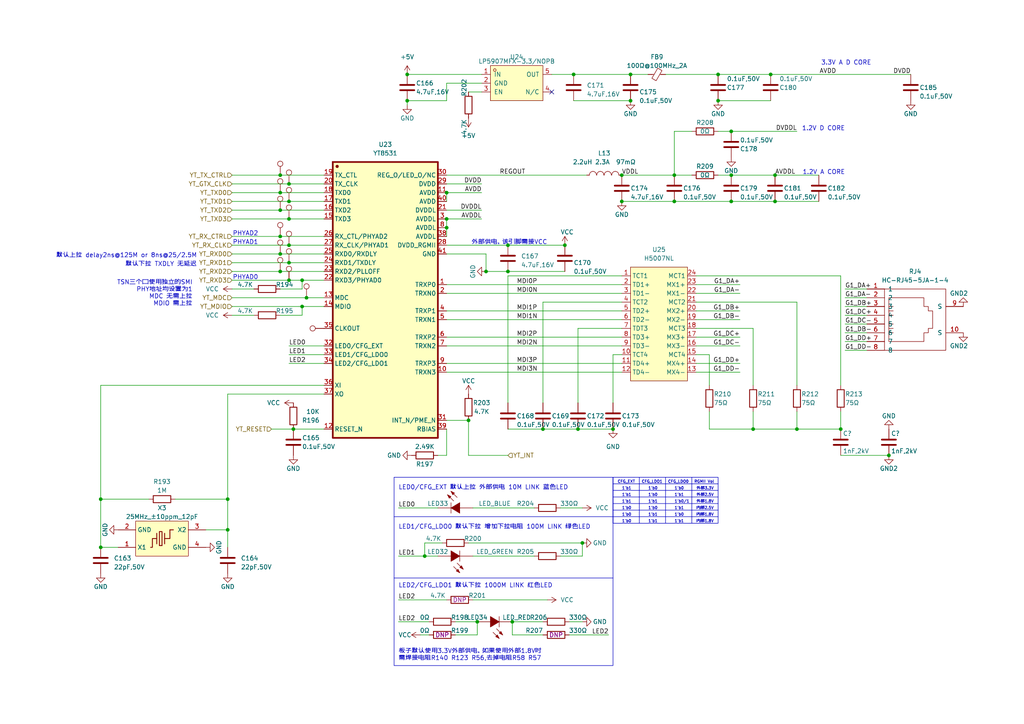
<source format=kicad_sch>
(kicad_sch (version 20230121) (generator eeschema)
  (paper "A4")
  (title_block (title "HPM6E00FULLPORTRevB") (date "2024-09-12") (rev "RevA") (comment 1 "TSN"))
  (junction (at 195.58 58.42))
  (junction (at 123.19 161.29))
  (junction (at 135.89 121.92))
  (junction (at 257.81 132.08))
  (junction (at 163.83 71.12))
  (junction (at 83.82 53.34))
  (junction (at 224.79 50.8))
  (junction (at 87.63 88.9))
  (junction (at 129.54 55.88))
  (junction (at 83.82 76.2))
  (junction (at 83.82 81.28))
  (junction (at 29.21 144.78))
  (junction (at 66.04 144.78))
  (junction (at 81.28 78.74))
  (junction (at 182.88 21.59))
  (junction (at 140.97 78.74))
  (junction (at 66.04 153.67))
  (junction (at 231.14 124.46))
  (junction (at 138.43 180.34))
  (junction (at 147.32 71.12))
  (junction (at 168.91 157.48))
  (junction (at 129.54 63.5))
  (junction (at 118.11 21.59))
  (junction (at 81.28 68.58))
  (junction (at 208.28 21.59))
  (junction (at 243.84 124.46))
  (junction (at 212.09 50.8))
  (junction (at 118.11 29.21))
  (junction (at 166.37 21.59))
  (junction (at 81.28 73.66))
  (junction (at 83.82 63.5))
  (junction (at 157.48 124.46))
  (junction (at 81.28 60.96))
  (junction (at 167.64 124.46))
  (junction (at 29.21 158.75))
  (junction (at 87.63 81.28))
  (junction (at 83.82 71.12))
  (junction (at 147.32 78.74))
  (junction (at 182.88 29.21))
  (junction (at 180.34 58.42))
  (junction (at 223.52 21.59))
  (junction (at 208.28 29.21))
  (junction (at 81.28 55.88))
  (junction (at 195.58 50.8))
  (junction (at 180.34 50.8))
  (junction (at 212.09 38.1))
  (junction (at 218.44 124.46))
  (junction (at 85.09 124.46))
  (junction (at 148.59 180.34))
  (junction (at 129.54 66.04))
  (junction (at 81.28 50.8))
  (junction (at 212.09 58.42))
  (junction (at 224.79 58.42))
  (junction (at 88.9 86.36))
  (junction (at 83.82 58.42))
  (junction (at 177.8 124.46))
  (no_connect (at 160.02 26.67))
  (wire (pts (xy 139.7 24.13) (xy 129.54 24.13)))
  (wire (pts (xy 218.44 95.25) (xy 218.44 111.76)))
  (wire (pts (xy 243.84 132.08) (xy 257.81 132.08)))
  (wire (pts (xy 180.34 87.63) (xy 157.48 87.63)))
  (wire (pts (xy 201.93 80.01) (xy 243.84 80.01)))
  (wire (pts (xy 224.79 58.42) (xy 237.49 58.42)))
  (wire (pts (xy 168.91 157.48) (xy 168.91 161.29)))
  (wire (pts (xy 245.11 99.06) (xy 251.46 99.06)))
  (wire (pts (xy 115.57 180.34) (xy 124.46 180.34)))
  (wire (pts (xy 214.63 85.09) (xy 201.93 85.09)))
  (wire (pts (xy 81.28 60.96) (xy 93.98 60.96)))
  (wire (pts (xy 195.58 38.1) (xy 195.58 50.8)))
  (wire (pts (xy 66.04 114.3) (xy 66.04 144.78)))
  (wire (pts (xy 29.21 158.75) (xy 34.29 158.75)))
  (wire (pts (xy 218.44 119.38) (xy 218.44 124.46)))
  (wire (pts (xy 214.63 107.95) (xy 201.93 107.95)))
  (wire (pts (xy 165.1 184.15) (xy 176.53 184.15)))
  (wire (pts (xy 83.82 71.12) (xy 93.98 71.12)))
  (wire (pts (xy 67.31 91.44) (xy 73.66 91.44)))
  (wire (pts (xy 67.31 68.58) (xy 81.28 68.58)))
  (wire (pts (xy 243.84 80.01) (xy 243.84 111.76)))
  (wire (pts (xy 129.54 124.46) (xy 129.54 132.08)))
  (wire (pts (xy 135.89 121.92) (xy 129.54 121.92)))
  (wire (pts (xy 67.31 81.28) (xy 83.82 81.28)))
  (wire (pts (xy 245.11 88.9) (xy 251.46 88.9)))
  (wire (pts (xy 212.09 38.1) (xy 231.14 38.1)))
  (wire (pts (xy 81.28 78.74) (xy 93.98 78.74)))
  (wire (pts (xy 167.64 95.25) (xy 180.34 95.25)))
  (wire (pts (xy 129.54 55.88) (xy 129.54 58.42)))
  (wire (pts (xy 201.93 102.87) (xy 205.74 102.87)))
  (wire (pts (xy 83.82 58.42) (xy 93.98 58.42)))
  (wire (pts (xy 166.37 29.21) (xy 182.88 29.21)))
  (wire (pts (xy 245.11 83.82) (xy 251.46 83.82)))
  (wire (pts (xy 93.98 114.3) (xy 66.04 114.3)))
  (wire (pts (xy 118.11 21.59) (xy 139.7 21.59)))
  (wire (pts (xy 147.32 71.12) (xy 163.83 71.12)))
  (wire (pts (xy 180.34 80.01) (xy 147.32 80.01)))
  (wire (pts (xy 137.16 147.32) (xy 154.94 147.32)))
  (wire (pts (xy 67.31 78.74) (xy 81.28 78.74)))
  (wire (pts (xy 87.63 91.44) (xy 87.63 88.9)))
  (wire (pts (xy 129.54 63.5) (xy 129.54 66.04)))
  (wire (pts (xy 29.21 111.76) (xy 29.21 144.78)))
  (polyline (pts (xy 200.66 138.43) (xy 200.66 151.765)))
  (wire (pts (xy 67.31 73.66) (xy 81.28 73.66)))
  (wire (pts (xy 67.31 50.8) (xy 81.28 50.8)))
  (wire (pts (xy 245.11 101.6) (xy 251.46 101.6)))
  (wire (pts (xy 88.9 86.36) (xy 93.98 86.36)))
  (wire (pts (xy 160.02 21.59) (xy 166.37 21.59)))
  (polyline (pts (xy 193.04 138.43) (xy 193.04 151.765)))
  (wire (pts (xy 157.48 124.46) (xy 167.64 124.46)))
  (polyline (pts (xy 177.8 147.955) (xy 208.28 147.955)))
  (wire (pts (xy 214.63 100.33) (xy 201.93 100.33)))
  (wire (pts (xy 245.11 96.52) (xy 251.46 96.52)))
  (wire (pts (xy 87.63 81.28) (xy 87.63 83.82)))
  (wire (pts (xy 129.54 132.08) (xy 127 132.08)))
  (wire (pts (xy 83.82 63.5) (xy 93.98 63.5)))
  (wire (pts (xy 166.37 21.59) (xy 182.88 21.59)))
  (wire (pts (xy 83.82 81.28) (xy 87.63 81.28)))
  (wire (pts (xy 139.7 53.34) (xy 129.54 53.34)))
  (polyline (pts (xy 177.8 149.86) (xy 208.28 149.86)))
  (wire (pts (xy 245.11 91.44) (xy 251.46 91.44)))
  (wire (pts (xy 208.28 50.8) (xy 212.09 50.8)))
  (wire (pts (xy 162.56 147.32) (xy 168.91 147.32)))
  (wire (pts (xy 201.93 87.63) (xy 231.14 87.63)))
  (wire (pts (xy 139.7 26.67) (xy 135.89 26.67)))
  (polyline (pts (xy 177.8 140.335) (xy 208.28 140.335)))
  (wire (pts (xy 137.16 173.99) (xy 158.75 173.99)))
  (wire (pts (xy 180.34 50.8) (xy 195.58 50.8)))
  (wire (pts (xy 193.04 21.59) (xy 208.28 21.59)))
  (wire (pts (xy 81.28 73.66) (xy 93.98 73.66)))
  (wire (pts (xy 137.16 161.29) (xy 154.94 161.29)))
  (wire (pts (xy 129.54 73.66) (xy 140.97 73.66)))
  (wire (pts (xy 214.63 82.55) (xy 201.93 82.55)))
  (wire (pts (xy 214.63 105.41) (xy 201.93 105.41)))
  (wire (pts (xy 245.11 93.98) (xy 251.46 93.98)))
  (wire (pts (xy 135.89 132.08) (xy 147.32 132.08)))
  (wire (pts (xy 115.57 173.99) (xy 129.54 173.99)))
  (wire (pts (xy 29.21 144.78) (xy 43.18 144.78)))
  (wire (pts (xy 245.11 86.36) (xy 251.46 86.36)))
  (wire (pts (xy 168.91 180.34) (xy 165.1 180.34)))
  (wire (pts (xy 129.54 71.12) (xy 147.32 71.12)))
  (wire (pts (xy 81.28 83.82) (xy 87.63 83.82)))
  (wire (pts (xy 177.8 102.87) (xy 177.8 116.84)))
  (wire (pts (xy 67.31 88.9) (xy 87.63 88.9)))
  (wire (pts (xy 224.79 50.8) (xy 237.49 50.8)))
  (wire (pts (xy 50.8 144.78) (xy 66.04 144.78)))
  (wire (pts (xy 129.54 66.04) (xy 129.54 68.58)))
  (wire (pts (xy 205.74 119.38) (xy 205.74 124.46)))
  (wire (pts (xy 200.66 38.1) (xy 195.58 38.1)))
  (wire (pts (xy 81.28 91.44) (xy 87.63 91.44)))
  (wire (pts (xy 83.82 100.33) (xy 93.98 100.33)))
  (wire (pts (xy 29.21 144.78) (xy 29.21 158.75)))
  (wire (pts (xy 231.14 124.46) (xy 243.84 124.46)))
  (wire (pts (xy 67.31 55.88) (xy 81.28 55.88)))
  (wire (pts (xy 115.57 161.29) (xy 123.19 161.29)))
  (wire (pts (xy 67.31 76.2) (xy 83.82 76.2)))
  (wire (pts (xy 214.63 90.17) (xy 201.93 90.17)))
  (wire (pts (xy 67.31 86.36) (xy 88.9 86.36)))
  (wire (pts (xy 167.64 124.46) (xy 177.8 124.46)))
  (wire (pts (xy 168.91 157.48) (xy 135.89 157.48)))
  (wire (pts (xy 129.54 55.88) (xy 139.7 55.88)))
  (wire (pts (xy 162.56 161.29) (xy 168.91 161.29)))
  (wire (pts (xy 167.64 116.84) (xy 167.64 95.25)))
  (wire (pts (xy 67.31 53.34) (xy 83.82 53.34)))
  (wire (pts (xy 135.89 132.08) (xy 135.89 121.92)))
  (wire (pts (xy 195.58 58.42) (xy 212.09 58.42)))
  (wire (pts (xy 180.34 102.87) (xy 177.8 102.87)))
  (wire (pts (xy 118.11 30.48) (xy 118.11 29.21)))
  (polyline (pts (xy 177.8 144.145) (xy 208.28 144.145)))
  (wire (pts (xy 147.32 80.01) (xy 147.32 116.84)))
  (wire (pts (xy 118.11 29.21) (xy 129.54 29.21)))
  (wire (pts (xy 66.04 153.67) (xy 59.69 153.67)))
  (wire (pts (xy 139.7 60.96) (xy 129.54 60.96)))
  (wire (pts (xy 78.74 124.46) (xy 85.09 124.46)))
  (wire (pts (xy 208.28 29.21) (xy 223.52 29.21)))
  (wire (pts (xy 195.58 50.8) (xy 200.66 50.8)))
  (polyline (pts (xy 114.3 149.86) (xy 177.8 149.86)))
  (wire (pts (xy 157.48 87.63) (xy 157.48 116.84)))
  (wire (pts (xy 123.19 157.48) (xy 123.19 161.29)))
  (polyline (pts (xy 114.3 167.64) (xy 177.8 167.64)))
  (wire (pts (xy 87.63 88.9) (xy 93.98 88.9)))
  (wire (pts (xy 129.54 105.41) (xy 180.34 105.41)))
  (polyline (pts (xy 177.8 146.05) (xy 208.28 146.05)))
  (wire (pts (xy 205.74 124.46) (xy 218.44 124.46)))
  (wire (pts (xy 201.93 95.25) (xy 218.44 95.25)))
  (wire (pts (xy 231.14 87.63) (xy 231.14 111.76)))
  (wire (pts (xy 140.97 73.66) (xy 140.97 78.74)))
  (wire (pts (xy 208.28 38.1) (xy 212.09 38.1)))
  (polyline (pts (xy 177.8 142.24) (xy 208.28 142.24)))
  (wire (pts (xy 132.08 180.34) (xy 138.43 180.34)))
  (wire (pts (xy 140.97 78.74) (xy 147.32 78.74)))
  (wire (pts (xy 218.44 124.46) (xy 231.14 124.46)))
  (wire (pts (xy 66.04 144.78) (xy 66.04 153.67)))
  (wire (pts (xy 87.63 81.28) (xy 93.98 81.28)))
  (wire (pts (xy 129.54 107.95) (xy 180.34 107.95)))
  (wire (pts (xy 212.09 50.8) (xy 224.79 50.8)))
  (wire (pts (xy 148.59 184.15) (xy 148.59 180.34)))
  (wire (pts (xy 129.54 24.13) (xy 129.54 29.21)))
  (wire (pts (xy 67.31 60.96) (xy 81.28 60.96)))
  (wire (pts (xy 157.48 184.15) (xy 148.59 184.15)))
  (wire (pts (xy 148.59 180.34) (xy 157.48 180.34)))
  (wire (pts (xy 121.92 184.15) (xy 124.46 184.15)))
  (wire (pts (xy 115.57 147.32) (xy 127 147.32)))
  (wire (pts (xy 85.09 124.46) (xy 93.98 124.46)))
  (wire (pts (xy 129.54 90.17) (xy 180.34 90.17)))
  (wire (pts (xy 129.54 92.71) (xy 180.34 92.71)))
  (wire (pts (xy 81.28 55.88) (xy 93.98 55.88)))
  (wire (pts (xy 129.54 97.79) (xy 180.34 97.79)))
  (wire (pts (xy 205.74 102.87) (xy 205.74 111.76)))
  (wire (pts (xy 231.14 119.38) (xy 231.14 124.46)))
  (wire (pts (xy 212.09 58.42) (xy 224.79 58.42)))
  (wire (pts (xy 128.27 157.48) (xy 123.19 157.48)))
  (wire (pts (xy 81.28 68.58) (xy 93.98 68.58)))
  (wire (pts (xy 223.52 21.59) (xy 264.16 21.59)))
  (wire (pts (xy 67.31 63.5) (xy 83.82 63.5)))
  (wire (pts (xy 182.88 21.59) (xy 187.96 21.59)))
  (wire (pts (xy 67.31 58.42) (xy 83.82 58.42)))
  (wire (pts (xy 66.04 153.67) (xy 66.04 158.75)))
  (wire (pts (xy 138.43 184.15) (xy 138.43 180.34)))
  (wire (pts (xy 129.54 85.09) (xy 180.34 85.09)))
  (wire (pts (xy 83.82 105.41) (xy 93.98 105.41)))
  (wire (pts (xy 83.82 76.2) (xy 93.98 76.2)))
  (wire (pts (xy 132.08 184.15) (xy 138.43 184.15)))
  (wire (pts (xy 123.19 161.29) (xy 127 161.29)))
  (polyline (pts (xy 185.42 138.43) (xy 185.42 151.765)))
  (wire (pts (xy 147.32 78.74) (xy 163.83 78.74)))
  (wire (pts (xy 129.54 82.55) (xy 180.34 82.55)))
  (wire (pts (xy 83.82 53.34) (xy 93.98 53.34)))
  (wire (pts (xy 180.34 58.42) (xy 195.58 58.42)))
  (wire (pts (xy 129.54 100.33) (xy 180.34 100.33)))
  (wire (pts (xy 93.98 111.76) (xy 29.21 111.76)))
  (wire (pts (xy 208.28 21.59) (xy 223.52 21.59)))
  (wire (pts (xy 243.84 119.38) (xy 243.84 124.46)))
  (wire (pts (xy 129.54 50.8) (xy 170.18 50.8)))
  (wire (pts (xy 214.63 92.71) (xy 201.93 92.71)))
  (wire (pts (xy 81.28 50.8) (xy 93.98 50.8)))
  (wire (pts (xy 83.82 102.87) (xy 93.98 102.87)))
  (wire (pts (xy 129.54 63.5) (xy 139.7 63.5)))
  (wire (pts (xy 67.31 83.82) (xy 73.66 83.82)))
  (wire (pts (xy 67.31 71.12) (xy 83.82 71.12)))
  (wire (pts (xy 147.32 124.46) (xy 157.48 124.46)))
  (wire (pts (xy 214.63 97.79) (xy 201.93 97.79)))
  (rectangle (start 177.8 138.43) (end 208.28 151.765))
  (rectangle (start 114.3 138.43) (end 177.8 193.04))
  (text "默认上拉 delay2ns@125M or 8ns@25/2.5M" (at 57.15 74.93 0) (effects (font (size 1.27 1.27)) (justify right bottom)))
  (text "PHYAD1" (at 74.93 71.12 0) (effects (font (size 1.27 1.27)) (justify right bottom)))
  (text "1'b1" (at 187.96 151.765 0) (effects (font (size 0.8 0.8)) (justify left bottom)))
  (text "内部1.8V" (at 201.93 149.86 0) (effects (font (size 0.8 0.8)) (justify left bottom)))
  (text "板子默认使用3.3V外部供电，如果使用外部1.8V时\n需焊接电阻R140 R123 R56,去掉电阻R58 R57" (at 115.57 191.77 0) (effects (font (size 1.27 1.27)) (justify left bottom)))
  (text "3.3V A D CORE" (at 252.73 19.05 0) (effects (font (size 1.27 1.27)) (justify right bottom)))
  (text "1'b0" (at 187.96 144.145 0) (effects (font (size 0.8 0.8)) (justify left bottom)))
  (text "1'b0" (at 180.34 151.765 0) (effects (font (size 0.8 0.8)) (justify left bottom)))
  (text "外部供电，该引脚需接VCC" (at 158.75 71.12 0) (effects (font (size 1.27 1.27)) (justify right bottom)))
  (text "PHYAD0" (at 74.93 81.28 0) (effects (font (size 1.27 1.27)) (justify right bottom)))
  (text "内部2.5V" (at 201.93 147.955 0) (effects (font (size 0.8 0.8)) (justify left bottom)))
  (text "CFG_LDO0\n" (at 193.675 140.335 0) (effects (font (size 0.8 0.8)) (justify left bottom)))
  (text "1'b1" (at 180.34 144.145 0) (effects (font (size 0.8 0.8)) (justify left bottom)))
  (text "外部1.8V" (at 201.93 146.05 0) (effects (font (size 0.8 0.8)) (justify left bottom)))
  (text "RGMII Vol\n" (at 201.295 140.335 0) (effects (font (size 0.8 0.8)) (justify left bottom)))
  (text "1'b0" (at 195.58 149.86 0) (effects (font (size 0.8 0.8)) (justify left bottom)))
  (text "LED0/CFG_EXT 默认上拉 外部供电 10M LINK 蓝色LED" (at 115.57 142.24 0) (effects (font (size 1.27 1.27)) (justify left bottom)))
  (text "1'b1" (at 195.58 144.145 0) (effects (font (size 0.8 0.8)) (justify left bottom)))
  (text "1'b1" (at 187.96 146.05 0) (effects (font (size 0.8 0.8)) (justify left bottom)))
  (text "LED2/CFG_LDO1 默认下拉 1000M LINK 红色LED\n " (at 115.57 172.72 0) (effects (font (size 1.27 1.27)) (justify left bottom)))
  (text "1'b1" (at 195.58 151.765 0) (effects (font (size 0.8 0.8)) (justify left bottom)))
  (text "1.2V A CORE" (at 245.11 50.8 0) (effects (font (size 1.27 1.27)) (justify right bottom)))
  (text "1.2V D CORE" (at 245.11 38.1 0) (effects (font (size 1.27 1.27)) (justify right bottom)))
  (text "1'b0" (at 187.96 147.955 0) (effects (font (size 0.8 0.8)) (justify left bottom)))
  (text "${SHEETNAME}" (at 31.75 27.94 0) (effects (font (size 2.54 2.54) (thickness 0.508) bold) (justify left bottom)))
  (text "CFG_EXT\n" (at 179.07 140.335 0) (effects (font (size 0.8 0.8)) (justify left bottom)))
  (text "1'b0/1" (at 195.58 146.05 0) (effects (font (size 0.8 0.8)) (justify left bottom)))
  (text "1'b1" (at 195.58 147.955 0) (effects (font (size 0.8 0.8)) (justify left bottom)))
  (text "TSN三个口使用独立的SMI\nPHY地址均设置为1\nMDC 无需上拉\nMDIO 需上拉" (at 55.88 88.9 0) (effects (font (size 1.27 1.27)) (justify right bottom)))
  (text "外部2.5V" (at 201.93 144.145 0) (effects (font (size 0.8 0.8)) (justify left bottom)))
  (text "1'b1" (at 180.34 146.05 0) (effects (font (size 0.8 0.8)) (justify left bottom)))
  (text "1'b0" (at 180.34 147.955 0) (effects (font (size 0.8 0.8)) (justify left bottom)))
  (text "内部1.8V" (at 201.93 151.765 0) (effects (font (size 0.8 0.8)) (justify left bottom)))
  (text "PHYAD2" (at 74.93 68.58 0) (effects (font (size 1.27 1.27)) (justify right bottom)))
  (text "1'b1" (at 180.34 142.24 0) (effects (font (size 0.8 0.8)) (justify left bottom)))
  (text "1'b1" (at 187.96 149.86 0) (effects (font (size 0.8 0.8)) (justify left bottom)))
  (text "外部3.3V" (at 201.93 142.24 0) (effects (font (size 0.8 0.8)) (justify left bottom)))
  (text "1'b0" (at 195.58 142.24 0) (effects (font (size 0.8 0.8)) (justify left bottom)))
  (text "CFG_LDO1\n" (at 186.055 140.335 0) (effects (font (size 0.8 0.8)) (justify left bottom)))
  (text "1'b0" (at 180.34 149.86 0) (effects (font (size 0.8 0.8)) (justify left bottom)))
  (text "1'b0" (at 187.96 142.24 0) (effects (font (size 0.8 0.8)) (justify left bottom)))
  (text "LED1/CFG_LDO0 默认下拉 增加下拉电阻 100M LINK 绿色LED\n" (at 115.57 153.67 0) (effects (font (size 1.27 1.27)) (justify left bottom)))
  (text "默认下拉 TXDLY 无延迟" (at 57.15 77.47 0) (effects (font (size 1.27 1.27)) (justify right bottom)))
  (label "MDI3P" (at 149.86 105.41 0))
  (label "G1_DC+" (at 245.11 91.44 0))
  (label "LED2" (at 115.57 180.34 0))
  (label "G1_DD+" (at 214.63 105.41 180))
  (label "G1_DA-" (at 245.11 86.36 0))
  (label "LED2" (at 115.57 173.99 0))
  (label "G1_DB-" (at 214.63 92.71 180))
  (label "MDI1N" (at 149.86 92.71 0))
  (label "LED0" (at 115.57 147.32 0))
  (label "AVDD" (at 139.7 55.88 180))
  (label "G1_DB+" (at 214.63 90.17 180))
  (label "G1_DA+" (at 245.11 83.82 0))
  (label "DVDDL" (at 139.7 60.96 180))
  (label "AVDDL" (at 224.79 50.8 0))
  (label "MDI0P" (at 149.86 82.55 0))
  (label "LED1" (at 115.57 161.29 0))
  (label "LED1" (at 83.82 102.87 0))
  (label "G1_DA-" (at 214.63 85.09 180))
  (label "MDI2P" (at 149.86 97.79 0))
  (label "LED2" (at 176.53 184.15 180))
  (label "MDI3N" (at 149.86 107.95 0))
  (label "MDI2N" (at 149.86 100.33 0))
  (label "G1_DA+" (at 214.63 82.55 180))
  (label "MDI1P" (at 149.86 90.17 0))
  (label "VDDL" (at 180.34 50.8 0))
  (label "AVDDL" (at 139.7 63.5 180))
  (label "G1_DB-" (at 245.11 96.52 0))
  (label "G1_DD-" (at 214.63 107.95 180))
  (label "G1_DB+" (at 245.11 88.9 0))
  (label "AVDD" (at 242.57 21.59 180))
  (label "LED0" (at 83.82 100.33 0))
  (label "G1_DD-" (at 245.11 101.6 0))
  (label "DVDD" (at 139.7 53.34 180))
  (label "G1_DC-" (at 245.11 93.98 0))
  (label "MDI0N" (at 149.86 85.09 0))
  (label "DVDD" (at 264.16 21.59 180))
  (label "G1_DC+" (at 214.63 97.79 180))
  (label "G1_DD+" (at 245.11 99.06 0))
  (label "LED2" (at 83.82 105.41 0))
  (label "G1_DC-" (at 214.63 100.33 180))
  (label "DVDDL" (at 231.14 38.1 180))
  (label "REGOUT" (at 152.4 50.8 180))
  (hierarchical_label "YT_GTX_CLK" (shape input) (at 67.31 53.34 180))
  (hierarchical_label "YT_TX_CTRL" (shape input) (at 67.31 50.8 180))
  (hierarchical_label "YT_TXD1" (shape input) (at 67.31 58.42 180))
  (hierarchical_label "YT_MDC­" (shape input) (at 67.31 86.36 180))
  (hierarchical_label "YT_TXD3" (shape input) (at 67.31 63.5 180))
  (hierarchical_label "YT_RXD0" (shape input) (at 67.31 73.66 180))
  (hierarchical_label "YT_RXD2" (shape input) (at 67.31 78.74 180))
  (hierarchical_label "YT_RESET" (shape input) (at 78.74 124.46 180))
  (hierarchical_label "YT_INT" (shape input) (at 147.32 132.08 0))
  (hierarchical_label "YT_RX_CLK" (shape input) (at 67.31 71.12 180))
  (hierarchical_label "YT_RXD1" (shape input) (at 67.31 76.2 180))
  (hierarchical_label "YT_TXD0" (shape input) (at 67.31 55.88 180))
  (hierarchical_label "YT_RXD3" (shape input) (at 67.31 81.28 180))
  (hierarchical_label "YT_RX_CTRL" (shape input) (at 67.31 68.58 180))
  (hierarchical_label "YT_TXD2" (shape input) (at 67.31 60.96 180))
  (hierarchical_label "YT_MDIO" (shape input) (at 67.31 88.9 180))
  (symbol (lib_id "02_HPM_Resistor:330Ω_0402") (at 158.75 161.29 0) (unit 1)
    (property "Reference" "R205" (at 152.4 160.02 0))
    (property "Value" "330Ω" (at 165.1 160.02 0))
    (property "Footprint" "02_HPM_Resistor:R_0402_1005Metric" (effects hide))
    (property "Model" "0402WGF3300TCE" (effects hide))
    (property "Company" "UNI-ROYAL(厚声)" (effects hide))
    (instances (project "HPM6E00FULLPORTRevB" (path "" (reference "R205") (unit 1)) (path "" (reference "R226") (unit 1)) (path "" (reference "R247") (unit 1))))
  )
  (symbol (lib_id "03_HPM_Capacitance:0.1uF,50V_0402") (at 223.52 25.4 0) (mirror x) (unit 1)
    (property "Reference" "C180" (at 226.06 25.4 0) (effects (justify left)))
    (property "Value" "0.1uF,50V" (at 226.06 22.86 0) (effects (justify left)))
    (property "Footprint" "03_HPM_Capacitance:C_0402_1005Metric" (effects hide))
    (property "Model" "0402B104K500NT" (effects hide))
    (property "Company" "SAMSUNG(三星)" (effects hide))
    (instances (project "HPM6E00FULLPORTRevB" (path "" (reference "C180") (unit 1)) (path "" (reference "C203") (unit 1)) (path "" (reference "C226") (unit 1))))
  )
  (symbol (lib_id "03_HPM_Capacitance:4.7uF,16V_0603") (at 147.32 74.93 0) (unit 1)
    (property "Reference" "C167" (at 151.13 74.295 0) (effects (justify left)))
    (property "Value" "4.7uF,16V" (at 151.13 76.835 0) (effects (justify left)))
    (property "Footprint" "03_HPM_Capacitance:C_0603_1608Metric" (effects hide))
    (property "Model" "CL10A475KO8NNNC" (effects hide))
    (property "Company" " SAMSUNG(三星)" (effects hide))
    (instances (project "HPM6E00FULLPORTRevB" (path "" (reference "C167") (unit 1)) (path "" (reference "C190") (unit 1)) (path "" (reference "C213") (unit 1))))
  )
  (symbol (lib_id "02_HPM_Resistor:4.7K_0402") (at 77.47 83.82 0) (unit 1)
    (property "Reference" "R194" (at 82.55 82.55 0))
    (property "Value" "4.7K" (at 71.12 82.55 0))
    (property "Footprint" "02_HPM_Resistor:R_0402_1005Metric" (effects hide))
    (property "Model" " 0402WGF4701TCE" (effects hide))
    (property "Company" "UNI-ROYAL(厚声)" (effects hide))
    (instances (project "HPM6E00FULLPORTRevB" (path "" (reference "R194") (unit 1)) (path "" (reference "R215") (unit 1)) (path "" (reference "R236") (unit 1))))
  )
  (symbol (lib_id "01-HPM-Peripheral:TestPoint-0.5mm") (at 83.82 58.42 0) (unit 1)
    (property "Reference" "T?" (effects hide))
    (property "Value" "0.5mm" (effects hide))
    (property "Footprint" "01_HPM_Peripheral:TestPoint_Pad_D0.5mm" (effects hide))
    (instances (project "HPM6E00FULLPORTRevB" (path "" (reference "T?") (unit 1)) (path "" (reference "T?") (unit 1)) (path "" (reference "T59") (unit 1)) (path "" (reference "T73") (unit 1)) (path "" (reference "T87") (unit 1))))
  )
  (symbol (lib_id "power:GND") (at 182.88 29.21 0) (unit 1)
    (property "Reference" "#PWR?" (effects hide))
    (property "Value" "GND" (at 180.848 33.02 0) (effects (justify left)))
    (instances (project "HPM5300-POWER" (path "" (reference "#PWR?") (unit 1))) (project "HPM6E00FULLPORTRevB" (path "" (reference "#PWR0340") (unit 1)) (path "" (reference "#PWR0369") (unit 1)) (path "" (reference "#PWR0398") (unit 1))) (project "HPM1200_ETHERNET_FPGA_VALIDATE_B" (path "" (reference "#PWR?") (unit 1)) (path "" (reference "#PWR?") (unit 1)) (path "" (reference "#PWR?") (unit 1)) (path "" (reference "#PWR?") (unit 1)) (path "" (reference "#PWR?") (unit 1)) (path "" (reference "#PWR?") (unit 1))) (project "HPM5300 SKT Board QFN48 REVA" (path "" (reference "#PWR?") (unit 1))))
  )
  (symbol (lib_id "02_HPM_Resistor:330Ω_0402") (at 161.29 180.34 0) (unit 1)
    (property "Reference" "R206" (at 156.21 179.07 0))
    (property "Value" "330Ω" (at 167.64 179.07 0))
    (property "Footprint" "02_HPM_Resistor:R_0402_1005Metric" (effects hide))
    (property "Model" "0402WGF3300TCE" (effects hide))
    (property "Company" "UNI-ROYAL(厚声)" (effects hide))
    (instances (project "HPM6E00FULLPORTRevB" (path "" (reference "R206") (unit 1)) (path "" (reference "R227") (unit 1)) (path "" (reference "R248") (unit 1))))
  )
  (symbol (lib_id "power:GND") (at 180.34 58.42 0) (unit 1)
    (property "Reference" "#PWR?" (effects hide))
    (property "Value" "GND" (at 178.308 62.23 0) (effects (justify left)))
    (instances (project "HPM5300-POWER" (path "" (reference "#PWR?") (unit 1))) (project "HPM6E00FULLPORTRevB" (path "" (reference "#PWR0339") (unit 1)) (path "" (reference "#PWR0368") (unit 1)) (path "" (reference "#PWR0397") (unit 1))) (project "HPM1200_ETHERNET_FPGA_VALIDATE_B" (path "" (reference "#PWR?") (unit 1)) (path "" (reference "#PWR?") (unit 1)) (path "" (reference "#PWR?") (unit 1)) (path "" (reference "#PWR?") (unit 1)) (path "" (reference "#PWR?") (unit 1)) (path "" (reference "#PWR?") (unit 1))) (project "HPM5300 SKT Board QFN48 REVA" (path "" (reference "#PWR?") (unit 1))))
  )
  (symbol (lib_id "01-HPM-Peripheral:TestPoint-0.5mm") (at 81.28 73.66 0) (unit 1)
    (property "Reference" "T?" (effects hide))
    (property "Value" "0.5mm" (effects hide))
    (property "Footprint" "01_HPM_Peripheral:TestPoint_Pad_D0.5mm" (effects hide))
    (instances (project "HPM6E00FULLPORTRevB" (path "" (reference "T?") (unit 1)) (path "" (reference "T?") (unit 1)) (path "" (reference "T56") (unit 1)) (path "" (reference "T70") (unit 1)) (path "" (reference "T84") (unit 1))))
  )
  (symbol (lib_id "03_HPM_Capacitance:0.1uF,50V_0402") (at 208.28 25.4 0) (mirror x) (unit 1)
    (property "Reference" "C177" (at 210.82 25.4 0) (effects (justify left)))
    (property "Value" "0.1uF,50V" (at 210.82 22.86 0) (effects (justify left)))
    (property "Footprint" "03_HPM_Capacitance:C_0402_1005Metric" (effects hide))
    (property "Model" "0402B104K500NT" (effects hide))
    (property "Company" "SAMSUNG(三星)" (effects hide))
    (instances (project "HPM6E00FULLPORTRevB" (path "" (reference "C177") (unit 1)) (path "" (reference "C200") (unit 1)) (path "" (reference "C223") (unit 1))))
  )
  (symbol (lib_id "98_POWER:+5V") (at 135.89 34.29 0) (mirror x) (unit 1)
    (property "Reference" "#PWR0331" (effects hide))
    (property "Value" "+5V" (at 135.89 39.37 0))
    (instances (project "HPM6E00FULLPORTRevB" (path "" (reference "#PWR0331") (unit 1)) (path "" (reference "#PWR0360") (unit 1)) (path "" (reference "#PWR0389") (unit 1))) (project "HPM1200_ETHERNET_FPGA_VALIDATE_B" (path "" (reference "#PWR?") (unit 1)) (path "" (reference "#PWR?") (unit 1)) (path "" (reference "#PWR?") (unit 1)) (path "" (reference "#PWR?") (unit 1)) (path "" (reference "#PWR?") (unit 1))))
  )
  (symbol (lib_id "11_HPM_Oscillator:25MHz_±10ppm_12pF") (at 59.69 151.13 0) (mirror y) (unit 1)
    (property "Reference" "X3" (at 46.99 147.32 0))
    (property "Value" "25MHz_±10ppm_12pF" (at 46.99 149.86 0))
    (property "Footprint" "09_HPM_Oscillator:3225" (effects hide))
    (property "Model" "X322525MOB4SI" (effects hide))
    (property "Company" " YXC(扬兴晶振)" (effects hide))
    (instances (project "HPM6E00FULLPORTRevB" (path "" (reference "X3") (unit 1)) (path "" (reference "X4") (unit 1)) (path "" (reference "X5") (unit 1))))
  )
  (symbol (lib_id "01-HPM-Peripheral:TestPoint-0.5mm") (at 88.9 86.36 0) (unit 1)
    (property "Reference" "T?" (effects hide))
    (property "Value" "0.5mm" (effects hide))
    (property "Footprint" "01_HPM_Peripheral:TestPoint_Pad_D0.5mm" (effects hide))
    (instances (project "HPM6E00FULLPORTRevB" (path "" (reference "T?") (unit 1)) (path "" (reference "T?") (unit 1)) (path "" (reference "T64") (unit 1)) (path "" (reference "T78") (unit 1)) (path "" (reference "T92") (unit 1))))
  )
  (symbol (lib_id "power:GND") (at 257.81 124.46 0) (mirror x) (unit 1)
    (property "Reference" "#PWR?" (effects hide))
    (property "Value" "GND" (at 257.81 120.65 0))
    (instances (project "ETH_RGMII" (path "" (reference "#PWR?") (unit 1))) (project "HPM6E00FULLPORTRevB" (path "" (reference "#PWR0343") (unit 1)) (path "" (reference "#PWR0372") (unit 1)) (path "" (reference "#PWR0401") (unit 1))) (project "HPM1200_ETHERNET_FPGA_VALIDATE_B" (path "" (reference "#PWR?") (unit 1)) (path "" (reference "#PWR?") (unit 1)) (path "" (reference "#PWR?") (unit 1))))
  )
  (symbol (lib_id "98_POWER:GND2") (at 279.4 96.52 0) (unit 1)
    (property "Reference" "#PWR0347" (effects hide))
    (property "Value" "GND2" (at 278.13 100.33 0))
    (instances (project "HPM6E00FULLPORTRevB" (path "" (reference "#PWR0347") (unit 1)) (path "" (reference "#PWR0376") (unit 1)) (path "" (reference "#PWR0405") (unit 1))) (project "HPM1200_ETHERNET_FPGA_VALIDATE_B" (path "" (reference "#PWR?") (unit 1)) (path "" (reference "#PWR?") (unit 1)) (path "" (reference "#PWR?") (unit 1))))
  )
  (symbol (lib_id "01-HPM-Peripheral:TestPoint-0.5mm") (at 81.28 78.74 0) (unit 1)
    (property "Reference" "T?" (effects hide))
    (property "Value" "0.5mm" (effects hide))
    (property "Footprint" "01_HPM_Peripheral:TestPoint_Pad_D0.5mm" (effects hide))
    (instances (project "HPM6E00FULLPORTRevB" (path "" (reference "T?") (unit 1)) (path "" (reference "T?") (unit 1)) (path "" (reference "T57") (unit 1)) (path "" (reference "T71") (unit 1)) (path "" (reference "T85") (unit 1))))
  )
  (symbol (lib_id "00_HPM_power:VCC") (at 158.75 173.99 270) (unit 1)
    (property "Reference" "#PWR?" (effects hide))
    (property "Value" "VCC" (at 162.56 173.99 90) (effects (justify left)))
    (instances (project "HPM6E00FULLPORTRevB" (path "" (reference "#PWR?") (unit 1)) (path "" (reference "#PWR?") (unit 1)) (path "" (reference "#PWR?") (unit 1)) (path "" (reference "#PWR?") (unit 1)) (path "" (reference "#PWR0334") (unit 1)) (path "" (reference "#PWR0363") (unit 1)) (path "" (reference "#PWR0392") (unit 1))))
  )
  (symbol (lib_id "01-HPM-Peripheral:TestPoint-0.5mm") (at 93.98 95.25 90) (unit 1)
    (property "Reference" "T?" (effects hide))
    (property "Value" "0.5mm" (effects hide))
    (property "Footprint" "01_HPM_Peripheral:TestPoint_Pad_D0.5mm" (effects hide))
    (instances (project "HPM6E00FULLPORTRevB" (path "" (reference "T?") (unit 1)) (path "" (reference "T?") (unit 1)) (path "" (reference "T65") (unit 1)) (path "" (reference "T79") (unit 1)) (path "" (reference "T93") (unit 1))))
  )
  (symbol (lib_id "98_POWER:+5V") (at 118.11 21.59 0) (unit 1)
    (property "Reference" "#PWR0327" (effects hide))
    (property "Value" "+5V" (at 118.11 16.51 0))
    (instances (project "HPM6E00FULLPORTRevB" (path "" (reference "#PWR0327") (unit 1)) (path "" (reference "#PWR0356") (unit 1)) (path "" (reference "#PWR0385") (unit 1))) (project "HPM1200_ETHERNET_FPGA_VALIDATE_B" (path "" (reference "#PWR?") (unit 1)) (path "" (reference "#PWR?") (unit 1)) (path "" (reference "#PWR?") (unit 1)) (path "" (reference "#PWR?") (unit 1)) (path "" (reference "#PWR?") (unit 1))))
  )
  (symbol (lib_id "03_HPM_Capacitance:0.1uF,50V_0402") (at 212.09 41.91 0) (mirror x) (unit 1)
    (property "Reference" "C178" (at 214.63 43.18 0) (effects (justify left)))
    (property "Value" "0.1uF,50V" (at 214.63 40.64 0) (effects (justify left)))
    (property "Footprint" "03_HPM_Capacitance:C_0402_1005Metric" (effects hide))
    (property "Model" "0402B104K500NT" (effects hide))
    (property "Company" "SAMSUNG(三星)" (effects hide))
    (instances (project "HPM6E00FULLPORTRevB" (path "" (reference "C178") (unit 1)) (path "" (reference "C201") (unit 1)) (path "" (reference "C224") (unit 1))))
  )
  (symbol (lib_name "0Ω_0402_1") (lib_id "02_HPM_Resistor:0Ω_0402") (at 128.27 184.15 0) (unit 1)
    (property "Reference" "R199" (at 133.35 182.88 0))
    (property "Value" "0Ω" (at 123.19 182.88 0))
    (property "Footprint" "02_HPM_Resistor:R_0402_1005Metric" (effects hide))
    (property "Model" "RC0402JR-070RL" (effects hide))
    (property "Company" "YAGEO(国巨)" (effects hide))
    (property "ASSY_OPT" "DNP" (at 128.27 184.15 0))
    (instances (project "HPM6E00FULLPORTRevB" (path "" (reference "R199") (unit 1)) (path "" (reference "R220") (unit 1)) (path "" (reference "R241") (unit 1))))
  )
  (symbol (lib_id "03_HPM_Capacitance:0.1uF,50V_0402") (at 85.09 128.27 0) (unit 1)
    (property "Reference" "C165" (at 87.63 127 0) (effects (justify left)))
    (property "Value" "0.1uF,50V" (at 87.63 129.54 0) (effects (justify left)))
    (property "Footprint" "03_HPM_Capacitance:C_0402_1005Metric" (effects hide))
    (property "Model" "0402B104K500NT" (effects hide))
    (property "Company" "SAMSUNG(三星)" (effects hide))
    (instances (project "HPM6E00FULLPORTRevB" (path "" (reference "C165") (unit 1)) (path "" (reference "C188") (unit 1)) (path "" (reference "C211") (unit 1))))
  )
  (symbol (lib_id "00_HPM_power:VCC") (at 135.89 114.3 0) (unit 1)
    (property "Reference" "#PWR?" (effects hide))
    (property "Value" "VCC" (at 133.985 110.49 0) (effects (justify left)))
    (instances (project "HPM6E00FULLPORTRevB" (path "" (reference "#PWR?") (unit 1)) (path "" (reference "#PWR?") (unit 1)) (path "" (reference "#PWR?") (unit 1)) (path "" (reference "#PWR?") (unit 1)) (path "" (reference "#PWR0332") (unit 1)) (path "" (reference "#PWR0361") (unit 1)) (path "" (reference "#PWR0390") (unit 1))))
  )
  (symbol (lib_id "02_HPM_Resistor:4.7K_0402") (at 135.89 30.48 90) (unit 1)
    (property "Reference" "R202" (at 134.62 25.4 0))
    (property "Value" "4.7K" (at 134.62 36.83 0))
    (property "Footprint" "02_HPM_Resistor:R_0402_1005Metric" (effects hide))
    (property "Model" " 0402WGF4701TCE" (effects hide))
    (property "Company" "UNI-ROYAL(厚声)" (effects hide))
    (instances (project "HPM6E00FULLPORTRevB" (path "" (reference "R202") (unit 1)) (path "" (reference "R223") (unit 1)) (path "" (reference "R244") (unit 1))))
  )
  (symbol (lib_id "00_HPM_power:VCC") (at 168.91 147.32 270) (unit 1)
    (property "Reference" "#PWR?" (effects hide))
    (property "Value" "VCC" (at 172.72 147.32 90) (effects (justify left)))
    (instances (project "HPM6E00FULLPORTRevB" (path "" (reference "#PWR?") (unit 1)) (path "" (reference "#PWR?") (unit 1)) (path "" (reference "#PWR?") (unit 1)) (path "" (reference "#PWR?") (unit 1)) (path "" (reference "#PWR0335") (unit 1)) (path "" (reference "#PWR0364") (unit 1)) (path "" (reference "#PWR0393") (unit 1))))
  )
  (symbol (lib_name "75Ω_0603_1") (lib_id "02_HPM_Resistor:75Ω_0603") (at 205.74 115.57 90) (unit 1)
    (property "Reference" "R210" (at 207.01 114.3 90) (effects (justify right)))
    (property "Value" "75Ω" (at 207.01 116.84 90) (effects (justify right)))
    (property "Footprint" "02_HPM_Resistor:R_0603_1608Metric" (effects hide))
    (property "Model" "0603WAF750JT5E" (effects hide))
    (property "Company" "UNI-ROYAL(厚声)" (effects hide))
    (instances (project "HPM6E00FULLPORTRevB" (path "" (reference "R210") (unit 1)) (path "" (reference "R231") (unit 1)) (path "" (reference "R252") (unit 1))))
  )
  (symbol (lib_id "07_HPM_Inductance:磁珠-100Ω@100MHz_2A_0603") (at 187.96 21.59 0) (unit 1)
    (property "Reference" "FB9" (at 190.5381 16.51 0))
    (property "Value" "100Ω@100MHz_2A" (at 190.5381 19.05 0))
    (property "Footprint" "02_HPM_Resistor:R_0603_1608Metric" (effects hide))
    (property "Model" "PZ1608D101-2R0TF" (effects hide))
    (property "Company" " Sunlord(顺络)" (effects hide))
    (instances (project "HPM6E00FULLPORTRevB" (path "" (reference "FB9") (unit 1)) (path "" (reference "FB11") (unit 1)) (path "" (reference "FB13") (unit 1))))
  )
  (symbol (lib_name "LED_RED_1") (lib_id "01-HPM-Peripheral:LED_RED") (at 142.24 180.34 180) (unit 1)
    (property "Reference" "LED34" (at 138.43 179.07 0))
    (property "Value" "LED_RED" (at 149.86 179.07 0))
    (property "Footprint" "01_HPM_Peripheral:LED_0603" (effects hide))
    (property "Model" "NCD0603R1" (effects hide))
    (property "Company" "国星光电" (effects hide))
    (instances (project "HPM6E00FULLPORTRevB" (path "" (reference "LED34") (unit 1)) (path "" (reference "LED37") (unit 1)) (path "" (reference "LED40") (unit 1))))
  )
  (symbol (lib_id "03_HPM_Capacitance:0.1uF,50V_0402") (at 157.48 120.65 0) (unit 1)
    (property "Reference" "C169" (at 160.02 120.65 0) (effects (justify left)))
    (property "Value" "0.1uF,50V" (at 160.02 123.19 0) (effects (justify left)))
    (property "Footprint" "03_HPM_Capacitance:C_0402_1005Metric" (effects hide))
    (property "Model" "0402B104K500NT" (effects hide))
    (property "Company" "SAMSUNG(三星)" (effects hide))
    (instances (project "HPM6E00FULLPORTRevB" (path "" (reference "C169") (unit 1)) (path "" (reference "C192") (unit 1)) (path "" (reference "C215") (unit 1))))
  )
  (symbol (lib_id "00_HPM_power:VCC") (at 67.31 83.82 90) (unit 1)
    (property "Reference" "#PWR?" (effects hide))
    (property "Value" "VCC" (at 63.5 83.82 90) (effects (justify left)))
    (instances (project "HPM6E00FULLPORTRevB" (path "" (reference "#PWR?") (unit 1)) (path "" (reference "#PWR?") (unit 1)) (path "" (reference "#PWR?") (unit 1)) (path "" (reference "#PWR?") (unit 1)) (path "" (reference "#PWR0323") (unit 1)) (path "" (reference "#PWR0352") (unit 1)) (path "" (reference "#PWR0381") (unit 1))))
  )
  (symbol (lib_id "power:GND") (at 208.28 29.21 0) (mirror y) (unit 1)
    (property "Reference" "#PWR?" (effects hide))
    (property "Value" "GND" (at 210.312 33.02 0) (effects (justify left)))
    (instances (project "HPM5300-POWER" (path "" (reference "#PWR?") (unit 1))) (project "HPM6E00FULLPORTRevB" (path "" (reference "#PWR0341") (unit 1)) (path "" (reference "#PWR0370") (unit 1)) (path "" (reference "#PWR0399") (unit 1))) (project "HPM1200_ETHERNET_FPGA_VALIDATE_B" (path "" (reference "#PWR?") (unit 1)) (path "" (reference "#PWR?") (unit 1)) (path "" (reference "#PWR?") (unit 1)) (path "" (reference "#PWR?") (unit 1)) (path "" (reference "#PWR?") (unit 1)) (path "" (reference "#PWR?") (unit 1))) (project "HPM5300 SKT Board QFN48 REVA" (path "" (reference "#PWR?") (unit 1))))
  )
  (symbol (lib_name "75Ω_0603_1") (lib_id "02_HPM_Resistor:75Ω_0603") (at 218.44 115.57 90) (unit 1)
    (property "Reference" "R211" (at 219.71 114.3 90) (effects (justify right)))
    (property "Value" "75Ω" (at 219.71 116.84 90) (effects (justify right)))
    (property "Footprint" "02_HPM_Resistor:R_0603_1608Metric" (effects hide))
    (property "Model" "0603WAF750JT5E" (effects hide))
    (property "Company" "UNI-ROYAL(厚声)" (effects hide))
    (instances (project "HPM6E00FULLPORTRevB" (path "" (reference "R211") (unit 1)) (path "" (reference "R232") (unit 1)) (path "" (reference "R253") (unit 1))))
  )
  (symbol (lib_id "03_HPM_Capacitance:0.1uF,50V_0402") (at 237.49 54.61 0) (unit 1)
    (property "Reference" "C182" (at 240.03 54.61 0) (effects (justify left)))
    (property "Value" "0.1uF,50V" (at 240.03 57.15 0) (effects (justify left)))
    (property "Footprint" "03_HPM_Capacitance:C_0402_1005Metric" (effects hide))
    (property "Model" "0402B104K500NT" (effects hide))
    (property "Company" "SAMSUNG(三星)" (effects hide))
    (instances (project "HPM6E00FULLPORTRevB" (path "" (reference "C182") (unit 1)) (path "" (reference "C205") (unit 1)) (path "" (reference "C228") (unit 1))))
  )
  (symbol (lib_id "01-HPM-Peripheral:TestPoint-0.5mm") (at 81.28 60.96 0) (unit 1)
    (property "Reference" "T?" (effects hide))
    (property "Value" "0.5mm" (effects hide))
    (property "Footprint" "01_HPM_Peripheral:TestPoint_Pad_D0.5mm" (effects hide))
    (instances (project "HPM6E00FULLPORTRevB" (path "" (reference "T?") (unit 1)) (path "" (reference "T?") (unit 1)) (path "" (reference "T54") (unit 1)) (path "" (reference "T68") (unit 1)) (path "" (reference "T82") (unit 1))))
  )
  (symbol (lib_id "03_HPM_Capacitance:4.7uF,16V_0603") (at 166.37 25.4 0) (unit 1)
    (property "Reference" "C171" (at 170.18 24.765 0) (effects (justify left)))
    (property "Value" "4.7uF,16V" (at 170.18 27.305 0) (effects (justify left)))
    (property "Footprint" "03_HPM_Capacitance:C_0603_1608Metric" (effects hide))
    (property "Model" "CL10A475KO8NNNC" (effects hide))
    (property "Company" " SAMSUNG(三星)" (effects hide))
    (instances (project "HPM6E00FULLPORTRevB" (path "" (reference "C171") (unit 1)) (path "" (reference "C194") (unit 1)) (path "" (reference "C217") (unit 1))))
  )
  (symbol (lib_id "01-HPM-Peripheral:TestPoint-0.5mm") (at 81.28 55.88 0) (unit 1)
    (property "Reference" "T?" (effects hide))
    (property "Value" "0.5mm" (effects hide))
    (property "Footprint" "01_HPM_Peripheral:TestPoint_Pad_D0.5mm" (effects hide))
    (instances (project "HPM6E00FULLPORTRevB" (path "" (reference "T?") (unit 1)) (path "" (reference "T?") (unit 1)) (path "" (reference "T53") (unit 1)) (path "" (reference "T67") (unit 1)) (path "" (reference "T81") (unit 1))))
  )
  (symbol (lib_id "03_HPM_Capacitance:22pF,50V_0402") (at 66.04 162.56 0) (unit 1)
    (property "Reference" "C164" (at 69.85 161.925 0) (effects (justify left)))
    (property "Value" "22pF,50V" (at 69.85 164.465 0) (effects (justify left)))
    (property "Footprint" "03_HPM_Capacitance:C_0402_1005Metric" (effects hide))
    (property "Model" "CL05C220JB5NNNC" (effects hide))
    (property "Company" " SAMSUNG(三星)" (effects hide))
    (instances (project "HPM6E00FULLPORTRevB" (path "" (reference "C164") (unit 1)) (path "" (reference "C187") (unit 1)) (path "" (reference "C210") (unit 1))))
  )
  (symbol (lib_id "power:GND") (at 140.97 78.74 270) (unit 1)
    (property "Reference" "#PWR?" (effects hide))
    (property "Value" "GND" (at 137.16 76.708 0) (effects (justify left)))
    (instances (project "HPM5300-POWER" (path "" (reference "#PWR?") (unit 1))) (project "HPM6E00FULLPORTRevB" (path "" (reference "#PWR0333") (unit 1)) (path "" (reference "#PWR0362") (unit 1)) (path "" (reference "#PWR0391") (unit 1))) (project "HPM1200_ETHERNET_FPGA_VALIDATE_B" (path "" (reference "#PWR?") (unit 1)) (path "" (reference "#PWR?") (unit 1)) (path "" (reference "#PWR?") (unit 1)) (path "" (reference "#PWR?") (unit 1)) (path "" (reference "#PWR?") (unit 1)) (path "" (reference "#PWR?") (unit 1))) (project "HPM5300 SKT Board QFN48 REVA" (path "" (reference "#PWR?") (unit 1))))
  )
  (symbol (lib_id "07_HPM_Inductance:2.2uH 2.3A  97mΩ") (at 175.26 50.8 0) (unit 1)
    (property "Reference" "L13" (at 175.26 44.45 0))
    (property "Value" "2.2uH 2.3A  97mΩ" (at 175.26 46.99 0))
    (property "Footprint" "07_HPM_Inductance:L1008" (effects hide))
    (property "Model" "DFE252010F-2R2M" (effects hide))
    (property "Company" "muRata(村田)" (effects hide))
    (instances (project "HPM6E00FULLPORTRevB" (path "" (reference "L13") (unit 1)) (path "" (reference "L14") (unit 1)) (path "" (reference "L15") (unit 1))) (project "HPM1200_ETHERNET_FPGA_VALIDATE_B" (path "" (reference "L?") (unit 1)) (path "" (reference "L?") (unit 1))))
  )
  (symbol (lib_id "03_HPM_Capacitance:0.1uF,50V_0402") (at 212.09 54.61 0) (unit 1)
    (property "Reference" "C179" (at 214.63 54.61 0) (effects (justify left)))
    (property "Value" "0.1uF,50V" (at 214.63 57.15 0) (effects (justify left)))
    (property "Footprint" "03_HPM_Capacitance:C_0402_1005Metric" (effects hide))
    (property "Model" "0402B104K500NT" (effects hide))
    (property "Company" "SAMSUNG(三星)" (effects hide))
    (instances (project "HPM6E00FULLPORTRevB" (path "" (reference "C179") (unit 1)) (path "" (reference "C202") (unit 1)) (path "" (reference "C225") (unit 1))))
  )
  (symbol (lib_id "98_POWER:GND2") (at 279.4 88.9 180) (unit 1)
    (property "Reference" "#PWR0346" (effects hide))
    (property "Value" "GND2" (at 278.13 85.09 0))
    (instances (project "HPM6E00FULLPORTRevB" (path "" (reference "#PWR0346") (unit 1)) (path "" (reference "#PWR0375") (unit 1)) (path "" (reference "#PWR0404") (unit 1))) (project "HPM1200_ETHERNET_FPGA_VALIDATE_B" (path "" (reference "#PWR?") (unit 1)) (path "" (reference "#PWR?") (unit 1)) (path "" (reference "#PWR?") (unit 1))))
  )
  (symbol (lib_id "98_POWER:GND2") (at 257.81 132.08 0) (unit 1)
    (property "Reference" "#PWR0344" (effects hide))
    (property "Value" "GND2" (at 257.81 135.89 0))
    (instances (project "HPM6E00FULLPORTRevB" (path "" (reference "#PWR0344") (unit 1)) (path "" (reference "#PWR0373") (unit 1)) (path "" (reference "#PWR0402") (unit 1))) (project "HPM1200_ETHERNET_FPGA_VALIDATE_B" (path "" (reference "#PWR?") (unit 1)) (path "" (reference "#PWR?") (unit 1)) (path "" (reference "#PWR?") (unit 1))))
  )
  (symbol (lib_id "02_HPM_Resistor:4.7K_0402") (at 135.89 118.11 90) (unit 1)
    (property "Reference" "R203" (at 139.7 116.84 90))
    (property "Value" "4.7K" (at 139.7 119.38 90))
    (property "Footprint" "02_HPM_Resistor:R_0402_1005Metric" (effects hide))
    (property "Model" " 0402WGF4701TCE" (effects hide))
    (property "Company" "UNI-ROYAL(厚声)" (effects hide))
    (instances (project "HPM6E00FULLPORTRevB" (path "" (reference "R203") (unit 1)) (path "" (reference "R224") (unit 1)) (path "" (reference "R245") (unit 1))))
  )
  (symbol (lib_name "LED_BLUE_1") (lib_id "01-HPM-Peripheral:LED_BLUE") (at 133.35 147.32 0) (unit 1)
    (property "Reference" "LED33" (at 127 146.05 0))
    (property "Value" "LED_BLUE" (at 143.51 146.05 0))
    (property "Footprint" "01_HPM_Peripheral:LED_0603" (effects hide))
    (property "Model" "NCD0603B1" (effects hide))
    (property "Company" "国星光电" (effects hide))
    (instances (project "HPM6E00FULLPORTRevB" (path "" (reference "LED33") (unit 1)) (path "" (reference "LED36") (unit 1)) (path "" (reference "LED39") (unit 1))))
  )
  (symbol (lib_id "03_HPM_Capacitance:22pF,50V_0402") (at 29.21 162.56 0) (unit 1)
    (property "Reference" "C163" (at 33.02 161.925 0) (effects (justify left)))
    (property "Value" "22pF,50V" (at 33.02 164.465 0) (effects (justify left)))
    (property "Footprint" "03_HPM_Capacitance:C_0402_1005Metric" (effects hide))
    (property "Model" "CL05C220JB5NNNC" (effects hide))
    (property "Company" " SAMSUNG(三星)" (effects hide))
    (instances (project "HPM6E00FULLPORTRevB" (path "" (reference "C163") (unit 1)) (path "" (reference "C186") (unit 1)) (path "" (reference "C209") (unit 1))))
  )
  (symbol (lib_name "75Ω_0603_1") (lib_id "02_HPM_Resistor:75Ω_0603") (at 243.84 115.57 90) (unit 1)
    (property "Reference" "R213" (at 245.11 114.3 90) (effects (justify right)))
    (property "Value" "75Ω" (at 245.11 116.84 90) (effects (justify right)))
    (property "Footprint" "02_HPM_Resistor:R_0603_1608Metric" (effects hide))
    (property "Model" "0603WAF750JT5E" (effects hide))
    (property "Company" "UNI-ROYAL(厚声)" (effects hide))
    (instances (project "HPM6E00FULLPORTRevB" (path "" (reference "R213") (unit 1)) (path "" (reference "R234") (unit 1)) (path "" (reference "R255") (unit 1))))
  )
  (symbol (lib_id "03_HPM_Capacitance:0.1uF,50V_0402") (at 264.16 25.4 0) (unit 1)
    (property "Reference" "C185" (at 266.7 25.4 0) (effects (justify left)))
    (property "Value" "0.1uF,50V" (at 266.7 27.94 0) (effects (justify left)))
    (property "Footprint" "03_HPM_Capacitance:C_0402_1005Metric" (effects hide))
    (property "Model" "0402B104K500NT" (effects hide))
    (property "Company" "SAMSUNG(三星)" (effects hide))
    (instances (project "HPM6E00FULLPORTRevB" (path "" (reference "C185") (unit 1)) (path "" (reference "C208") (unit 1)) (path "" (reference "C231") (unit 1))))
  )
  (symbol (lib_id "01-HPM-Peripheral:TestPoint-0.5mm") (at 81.28 68.58 0) (unit 1)
    (property "Reference" "T?" (effects hide))
    (property "Value" "0.5mm" (effects hide))
    (property "Footprint" "01_HPM_Peripheral:TestPoint_Pad_D0.5mm" (effects hide))
    (instances (project "HPM6E00FULLPORTRevB" (path "" (reference "T?") (unit 1)) (path "" (reference "T?") (unit 1)) (path "" (reference "T55") (unit 1)) (path "" (reference "T69") (unit 1)) (path "" (reference "T83") (unit 1))))
  )
  (symbol (lib_id "02_HPM_Resistor:330Ω_0402") (at 158.75 147.32 0) (unit 1)
    (property "Reference" "R204" (at 152.4 146.05 0))
    (property "Value" "330Ω" (at 165.1 146.05 0))
    (property "Footprint" "02_HPM_Resistor:R_0402_1005Metric" (effects hide))
    (property "Model" "0402WGF3300TCE" (effects hide))
    (property "Company" "UNI-ROYAL(厚声)" (effects hide))
    (instances (project "HPM6E00FULLPORTRevB" (path "" (reference "R204") (unit 1)) (path "" (reference "R225") (unit 1)) (path "" (reference "R246") (unit 1))))
  )
  (symbol (lib_id "14_HPM_Internet:HC-RJ45-5JA-1-4") (at 265.43 92.71 270) (unit 1)
    (property "Reference" "RJ4" (at 265.43 78.74 90))
    (property "Value" "HC-RJ45-5JA-1-4" (at 265.43 81.28 90))
    (property "Footprint" "11_HPM_Internet:RJ45-TH_HC-RJ45-5JA-1-4" (effects hide))
    (property "Model" "HC-RJ45-5JA-1-4" (effects hide))
    (property "Company" "HCTL(华灿天禄)" (effects hide))
    (instances (project "HPM6E00FULLPORTRevB" (path "" (reference "RJ4") (unit 1)) (path "" (reference "RJ5") (unit 1)) (path "" (reference "RJ6") (unit 1))))
  )
  (symbol (lib_id "98_POWER:GND") (at 168.91 180.34 90) (unit 1)
    (property "Reference" "#PWR0337" (effects hide))
    (property "Value" "GND" (at 173.99 180.34 90))
    (instances (project "HPM6E00FULLPORTRevB" (path "" (reference "#PWR0337") (unit 1)) (path "" (reference "#PWR0366") (unit 1)) (path "" (reference "#PWR0395") (unit 1))) (project "HPM1200_ETHERNET_FPGA_VALIDATE_B" (path "" (reference "#PWR?") (unit 1)) (path "" (reference "#PWR?") (unit 1)) (path "" (reference "#PWR?") (unit 1))))
  )
  (symbol (lib_id "00_HPM_power:VCC") (at 85.09 116.84 90) (unit 1)
    (property "Reference" "#PWR?" (effects hide))
    (property "Value" "VCC" (at 81.28 116.84 90) (effects (justify left)))
    (instances (project "HPM6E00FULLPORTRevB" (path "" (reference "#PWR?") (unit 1)) (path "" (reference "#PWR?") (unit 1)) (path "" (reference "#PWR?") (unit 1)) (path "" (reference "#PWR?") (unit 1)) (path "" (reference "#PWR0325") (unit 1)) (path "" (reference "#PWR0354") (unit 1)) (path "" (reference "#PWR0383") (unit 1))))
  )
  (symbol (lib_id "power:GND") (at 34.29 153.67 270) (mirror x) (unit 1)
    (property "Reference" "#PWR?" (effects hide))
    (property "Value" "GND" (at 30.48 153.67 0))
    (instances (project "ETH_RMII" (path "" (reference "#PWR?") (unit 1))) (project "HPM6E00FULLPORTRevB" (path "" (reference "#PWR0320") (unit 1)) (path "" (reference "#PWR0349") (unit 1)) (path "" (reference "#PWR0378") (unit 1))) (project "HPM1200_ETHERNET_FPGA_VALIDATE_B" (path "" (reference "#PWR?") (unit 1)) (path "" (reference "#PWR?") (unit 1)) (path "" (reference "#PWR?") (unit 1)) (path "" (reference "#PWR?") (unit 1))))
  )
  (symbol (lib_id "02_HPM_Resistor:4.7K_0402") (at 77.47 91.44 0) (unit 1)
    (property "Reference" "R195" (at 82.55 90.17 0))
    (property "Value" "4.7K" (at 71.12 90.17 0))
    (property "Footprint" "02_HPM_Resistor:R_0402_1005Metric" (effects hide))
    (property "Model" " 0402WGF4701TCE" (effects hide))
    (property "Company" "UNI-ROYAL(厚声)" (effects hide))
    (instances (project "HPM6E00FULLPORTRevB" (path "" (reference "R195") (unit 1)) (path "" (reference "R216") (unit 1)) (path "" (reference "R237") (unit 1))))
  )
  (symbol (lib_id "03_HPM_Capacitance:0.1uF,50V_0402") (at 163.83 74.93 0) (unit 1)
    (property "Reference" "C170" (at 166.37 76.2 0) (effects (justify left)))
    (property "Value" "0.1uF,50V" (at 166.37 78.74 0) (effects (justify left)))
    (property "Footprint" "03_HPM_Capacitance:C_0402_1005Metric" (effects hide))
    (property "Model" "0402B104K500NT" (effects hide))
    (property "Company" "SAMSUNG(三星)" (effects hide))
    (instances (project "HPM6E00FULLPORTRevB" (path "" (reference "C170") (unit 1)) (path "" (reference "C193") (unit 1)) (path "" (reference "C216") (unit 1))))
  )
  (symbol (lib_id "power:GND") (at 212.09 45.72 0) (mirror y) (unit 1)
    (property "Reference" "#PWR?" (effects hide))
    (property "Value" "GND" (at 214.122 49.53 0) (effects (justify left)))
    (instances (project "HPM5300-POWER" (path "" (reference "#PWR?") (unit 1))) (project "HPM6E00FULLPORTRevB" (path "" (reference "#PWR0342") (unit 1)) (path "" (reference "#PWR0371") (unit 1)) (path "" (reference "#PWR0400") (unit 1))) (project "HPM1200_ETHERNET_FPGA_VALIDATE_B" (path "" (reference "#PWR?") (unit 1)) (path "" (reference "#PWR?") (unit 1)) (path "" (reference "#PWR?") (unit 1)) (path "" (reference "#PWR?") (unit 1)) (path "" (reference "#PWR?") (unit 1)) (path "" (reference "#PWR?") (unit 1))) (project "HPM5300 SKT Board QFN48 REVA" (path "" (reference "#PWR?") (unit 1))))
  )
  (symbol (lib_id "02_HPM_Resistor:4.7K_0402") (at 132.08 157.48 0) (unit 1)
    (property "Reference" "R200" (at 137.16 156.21 0))
    (property "Value" "4.7K" (at 125.73 156.21 0))
    (property "Footprint" "02_HPM_Resistor:R_0402_1005Metric" (effects hide))
    (property "Model" " 0402WGF4701TCE" (effects hide))
    (property "Company" "UNI-ROYAL(厚声)" (effects hide))
    (instances (project "HPM6E00FULLPORTRevB" (path "" (reference "R200") (unit 1)) (path "" (reference "R221") (unit 1)) (path "" (reference "R242") (unit 1))))
  )
  (symbol (lib_id "03_HPM_Capacitance:0.1uF,50V_0402") (at 195.58 54.61 0) (unit 1)
    (property "Reference" "C176" (at 198.12 54.61 0) (effects (justify left)))
    (property "Value" "0.1uF,50V" (at 198.12 57.15 0) (effects (justify left)))
    (property "Footprint" "03_HPM_Capacitance:C_0402_1005Metric" (effects hide))
    (property "Model" "0402B104K500NT" (effects hide))
    (property "Company" "SAMSUNG(三星)" (effects hide))
    (instances (project "HPM6E00FULLPORTRevB" (path "" (reference "C176") (unit 1)) (path "" (reference "C199") (unit 1)) (path "" (reference "C222") (unit 1))))
  )
  (symbol (lib_id "01-HPM-Peripheral:TestPoint-0.5mm") (at 83.82 71.12 0) (unit 1)
    (property "Reference" "T?" (effects hide))
    (property "Value" "0.5mm" (effects hide))
    (property "Footprint" "01_HPM_Peripheral:TestPoint_Pad_D0.5mm" (effects hide))
    (instances (project "HPM6E00FULLPORTRevB" (path "" (reference "T?") (unit 1)) (path "" (reference "T?") (unit 1)) (path "" (reference "T61") (unit 1)) (path "" (reference "T75") (unit 1)) (path "" (reference "T89") (unit 1))))
  )
  (symbol (lib_id "03_HPM_Capacitance:0.1uF,50V_0402") (at 177.8 120.65 0) (unit 1)
    (property "Reference" "C173" (at 180.34 120.65 0) (effects (justify left)))
    (property "Value" "0.1uF,50V" (at 180.34 123.19 0) (effects (justify left)))
    (property "Footprint" "03_HPM_Capacitance:C_0402_1005Metric" (effects hide))
    (property "Model" "0402B104K500NT" (effects hide))
    (property "Company" "SAMSUNG(三星)" (effects hide))
    (instances (project "HPM6E00FULLPORTRevB" (path "" (reference "C173") (unit 1)) (path "" (reference "C196") (unit 1)) (path "" (reference "C219") (unit 1))))
  )
  (symbol (lib_name "75Ω_0603_1") (lib_id "02_HPM_Resistor:75Ω_0603") (at 231.14 115.57 90) (unit 1)
    (property "Reference" "R212" (at 232.41 114.3 90) (effects (justify right)))
    (property "Value" "75Ω" (at 232.41 116.84 90) (effects (justify right)))
    (property "Footprint" "02_HPM_Resistor:R_0603_1608Metric" (effects hide))
    (property "Model" "0603WAF750JT5E" (effects hide))
    (property "Company" "UNI-ROYAL(厚声)" (effects hide))
    (instances (project "HPM6E00FULLPORTRevB" (path "" (reference "R212") (unit 1)) (path "" (reference "R233") (unit 1)) (path "" (reference "R254") (unit 1))))
  )
  (symbol (lib_id "98_POWER:GND") (at 177.8 124.46 0) (unit 1)
    (property "Reference" "#PWR0338" (effects hide))
    (property "Value" "GND" (at 177.8 129.54 0))
    (instances (project "HPM6E00FULLPORTRevB" (path "" (reference "#PWR0338") (unit 1)) (path "" (reference "#PWR0367") (unit 1)) (path "" (reference "#PWR0396") (unit 1))) (project "HPM1200_ETHERNET_FPGA_VALIDATE_B" (path "" (reference "#PWR?") (unit 1)) (path "" (reference "#PWR?") (unit 1)) (path "" (reference "#PWR?") (unit 1))))
  )
  (symbol (lib_id "03_HPM_Capacitance:0.1uF,50V_0402") (at 224.79 54.61 0) (unit 1)
    (property "Reference" "C181" (at 227.33 54.61 0) (effects (justify left)))
    (property "Value" "0.1uF,50V" (at 227.33 57.15 0) (effects (justify left)))
    (property "Footprint" "03_HPM_Capacitance:C_0402_1005Metric" (effects hide))
    (property "Model" "0402B104K500NT" (effects hide))
    (property "Company" "SAMSUNG(三星)" (effects hide))
    (instances (project "HPM6E00FULLPORTRevB" (path "" (reference "C181") (unit 1)) (path "" (reference "C204") (unit 1)) (path "" (reference "C227") (unit 1))))
  )
  (symbol (lib_id "03_HPM_Capacitance:4.7uF,16V_0603") (at 118.11 25.4 0) (unit 1)
    (property "Reference" "C166" (at 120.65 24.13 0) (effects (justify left)))
    (property "Value" "4.7uF,16V" (at 120.65 26.67 0) (effects (justify left)))
    (property "Footprint" "03_HPM_Capacitance:C_0603_1608Metric" (effects hide))
    (property "Model" "CL10A475KO8NNNC" (effects hide))
    (property "Company" " SAMSUNG(三星)" (effects hide))
    (instances (project "HPM6E00FULLPORTRevB" (path "" (reference "C166") (unit 1)) (path "" (reference "C189") (unit 1)) (path "" (reference "C212") (unit 1))))
  )
  (symbol (lib_id "00_HPM_power:VCC") (at 67.31 91.44 90) (unit 1)
    (property "Reference" "#PWR?" (effects hide))
    (property "Value" "VCC" (at 63.5 91.44 90) (effects (justify left)))
    (instances (project "HPM6E00FULLPORTRevB" (path "" (reference "#PWR?") (unit 1)) (path "" (reference "#PWR?") (unit 1)) (path "" (reference "#PWR?") (unit 1)) (path "" (reference "#PWR?") (unit 1)) (path "" (reference "#PWR0324") (unit 1)) (path "" (reference "#PWR0353") (unit 1)) (path "" (reference "#PWR0382") (unit 1))))
  )
  (symbol (lib_id "power:GND") (at 29.21 166.37 0) (mirror y) (unit 1)
    (property "Reference" "#PWR?" (effects hide))
    (property "Value" "GND" (at 29.21 170.18 0))
    (instances (project "ETH_RMII" (path "" (reference "#PWR?") (unit 1))) (project "HPM6E00FULLPORTRevB" (path "" (reference "#PWR0319") (unit 1)) (path "" (reference "#PWR0348") (unit 1)) (path "" (reference "#PWR0377") (unit 1))) (project "HPM1200_ETHERNET_FPGA_VALIDATE_B" (path "" (reference "#PWR?") (unit 1)) (path "" (reference "#PWR?") (unit 1)) (path "" (reference "#PWR?") (unit 1)) (path "" (reference "#PWR?") (unit 1))))
  )
  (symbol (lib_id "03_HPM_Capacitance:0.1uF,50V_0402") (at 167.64 120.65 0) (unit 1)
    (property "Reference" "C172" (at 170.18 120.65 0) (effects (justify left)))
    (property "Value" "0.1uF,50V" (at 170.18 123.19 0) (effects (justify left)))
    (property "Footprint" "03_HPM_Capacitance:C_0402_1005Metric" (effects hide))
    (property "Model" "0402B104K500NT" (effects hide))
    (property "Company" "SAMSUNG(三星)" (effects hide))
    (instances (project "HPM6E00FULLPORTRevB" (path "" (reference "C172") (unit 1)) (path "" (reference "C195") (unit 1)) (path "" (reference "C218") (unit 1))))
  )
  (symbol (lib_id "00_HPM_power:VCC") (at 163.83 71.12 0) (unit 1)
    (property "Reference" "#PWR?" (effects hide))
    (property "Value" "VCC" (at 162.56 67.31 0) (effects (justify left)))
    (instances (project "HPM6E00FULLPORTRevB" (path "" (reference "#PWR?") (unit 1)) (path "" (reference "#PWR?") (unit 1)) (path "" (reference "#PWR?") (unit 1)) (path "" (reference "#PWR?") (unit 1)) (path "" (reference "#PWR0298") (unit 1)) (path "" (reference "#PWR0311") (unit 1)) (path "" (reference "#PWR0312") (unit 1))))
  )
  (symbol (lib_id "03_HPM_Capacitance:0.1uF,50V_0402") (at 182.88 25.4 0) (unit 1)
    (property "Reference" "C175" (at 185.42 26.67 0) (effects (justify left)))
    (property "Value" "0.1uF,50V" (at 185.42 29.21 0) (effects (justify left)))
    (property "Footprint" "03_HPM_Capacitance:C_0402_1005Metric" (effects hide))
    (property "Model" "0402B104K500NT" (effects hide))
    (property "Company" "SAMSUNG(三星)" (effects hide))
    (instances (project "HPM6E00FULLPORTRevB" (path "" (reference "C175") (unit 1)) (path "" (reference "C198") (unit 1)) (path "" (reference "C221") (unit 1))))
  )
  (symbol (lib_id "00_HPM_power:VCC") (at 121.92 184.15 90) (unit 1)
    (property "Reference" "#PWR?" (effects hide))
    (property "Value" "VCC" (at 119.38 184.15 90) (effects (justify left)))
    (instances (project "HPM6E00FULLPORTRevB" (path "" (reference "#PWR?") (unit 1)) (path "" (reference "#PWR?") (unit 1)) (path "" (reference "#PWR?") (unit 1)) (path "" (reference "#PWR?") (unit 1)) (path "" (reference "#PWR0330") (unit 1)) (path "" (reference "#PWR0359") (unit 1)) (path "" (reference "#PWR0388") (unit 1))))
  )
  (symbol (lib_id "power:GND") (at 59.69 158.75 90) (unit 1)
    (property "Reference" "#PWR?" (effects hide))
    (property "Value" "GND" (at 63.5 158.75 0))
    (instances (project "ETH_RMII" (path "" (reference "#PWR?") (unit 1))) (project "HPM6E00FULLPORTRevB" (path "" (reference "#PWR0321") (unit 1)) (path "" (reference "#PWR0350") (unit 1)) (path "" (reference "#PWR0379") (unit 1))) (project "HPM1200_ETHERNET_FPGA_VALIDATE_B" (path "" (reference "#PWR?") (unit 1)) (path "" (reference "#PWR?") (unit 1)) (path "" (reference "#PWR?") (unit 1)) (path "" (reference "#PWR?") (unit 1))))
  )
  (symbol (lib_id "08_HPM_Power_IC:LP5907MFX-3.3/NOPB") (at 149.86 24.13 0) (unit 1)
    (property "Reference" "U24" (at 149.86 16.51 0))
    (property "Value" "LP5907MFX-3.3/NOPB" (at 149.86 17.78 0))
    (property "Footprint" "06_HPM_SOT:SOT-23-5" (effects hide))
    (property "Model" "LP5907MFX-3.3/NOPB" (effects hide))
    (property "Company" "TI" (effects hide))
    (instances (project "HPM6E00FULLPORTRevB" (path "" (reference "U24") (unit 1)) (path "" (reference "U27") (unit 1)) (path "" (reference "U30") (unit 1))))
  )
  (symbol (lib_id "power:GND") (at 118.11 30.48 0) (unit 1)
    (property "Reference" "#PWR?" (effects hide))
    (property "Value" "GND" (at 116.078 34.29 0) (effects (justify left)))
    (instances (project "HPM5300-POWER" (path "" (reference "#PWR?") (unit 1))) (project "HPM6E00FULLPORTRevB" (path "" (reference "#PWR0328") (unit 1)) (path "" (reference "#PWR0357") (unit 1)) (path "" (reference "#PWR0386") (unit 1))) (project "HPM1200_ETHERNET_FPGA_VALIDATE_B" (path "" (reference "#PWR?") (unit 1)) (path "" (reference "#PWR?") (unit 1)) (path "" (reference "#PWR?") (unit 1)) (path "" (reference "#PWR?") (unit 1)) (path "" (reference "#PWR?") (unit 1)) (path "" (reference "#PWR?") (unit 1))) (project "HPM5300 SKT Board QFN48 REVA" (path "" (reference "#PWR?") (unit 1))))
  )
  (symbol (lib_id "01-HPM-Peripheral:LED_GREEN") (at 130.81 161.29 180) (unit 1)
    (property "Reference" "LED32" (at 127 160.02 0))
    (property "Value" "LED_GREEN" (at 143.51 160.02 0))
    (property "Footprint" "01_HPM_Peripheral:LED_0603" (effects hide))
    (property "Model" "NCD0603C1" (effects hide))
    (property "Company" "国星光电" (effects hide))
    (instances (project "HPM6E00FULLPORTRevB" (path "" (reference "LED32") (unit 1)) (path "" (reference "LED35") (unit 1)) (path "" (reference "LED38") (unit 1))))
  )
  (symbol (lib_id "02_HPM_Resistor:10K_0402") (at 85.09 120.65 270) (unit 1)
    (property "Reference" "R196" (at 92.71 121.92 90) (effects (justify right)))
    (property "Value" "10K" (at 92.71 119.38 90) (effects (justify right)))
    (property "Footprint" "02_HPM_Resistor:R_0402_1005Metric" (effects hide))
    (property "Model" "0402WGF1002TCE" (effects hide))
    (property "Company" "UNI-ROYAL(厚声)" (effects hide))
    (instances (project "HPM6E00FULLPORTRevB" (path "" (reference "R196") (unit 1)) (path "" (reference "R217") (unit 1)) (path "" (reference "R238") (unit 1))))
  )
  (symbol (lib_name "0Ω_0402_1") (lib_id "02_HPM_Resistor:0Ω_0402") (at 204.47 38.1 0) (unit 1)
    (property "Reference" "R208" (at 204.47 35.56 0))
    (property "Value" "0Ω" (at 204.47 38.1 0))
    (property "Footprint" "02_HPM_Resistor:R_0402_1005Metric" (effects hide))
    (property "Model" "RC0402JR-070RL" (effects hide))
    (property "Company" "YAGEO(国巨)" (effects hide))
    (instances (project "HPM6E00FULLPORTRevB" (path "" (reference "R208") (unit 1)) (path "" (reference "R229") (unit 1)) (path "" (reference "R250") (unit 1))))
  )
  (symbol (lib_id "02_HPM_Resistor:1M_0402") (at 46.99 144.78 0) (unit 1)
    (property "Reference" "R193" (at 46.99 139.7 0))
    (property "Value" "1M" (at 46.99 142.24 0))
    (property "Footprint" "02_HPM_Resistor:R_0402_1005Metric" (effects hide))
    (property "Model" "CQ02WGJ0105TCE" (effects hide))
    (property "Company" "UNI-ROYAL(厚声)" (effects hide))
    (instances (project "HPM6E00FULLPORTRevB" (path "" (reference "R193") (unit 1)) (path "" (reference "R214") (unit 1)) (path "" (reference "R235") (unit 1))))
  )
  (symbol (lib_id "01-HPM-Peripheral:TestPoint-0.5mm") (at 81.28 50.8 0) (unit 1)
    (property "Reference" "T?" (effects hide))
    (property "Value" "0.5mm" (effects hide))
    (property "Footprint" "01_HPM_Peripheral:TestPoint_Pad_D0.5mm" (effects hide))
    (instances (project "HPM6E00FULLPORTRevB" (path "" (reference "T?") (unit 1)) (path "" (reference "T?") (unit 1)) (path "" (reference "T52") (unit 1)) (path "" (reference "T66") (unit 1)) (path "" (reference "T80") (unit 1))))
  )
  (symbol (lib_id "01-HPM-Peripheral:TestPoint-0.5mm") (at 83.82 63.5 0) (unit 1)
    (property "Reference" "T?" (effects hide))
    (property "Value" "0.5mm" (effects hide))
    (property "Footprint" "01_HPM_Peripheral:TestPoint_Pad_D0.5mm" (effects hide))
    (instances (project "HPM6E00FULLPORTRevB" (path "" (reference "T?") (unit 1)) (path "" (reference "T?") (unit 1)) (path "" (reference "T60") (unit 1)) (path "" (reference "T74") (unit 1)) (path "" (reference "T88") (unit 1))))
  )
  (symbol (lib_id "02_HPM_Resistor:4.7K_0402") (at 133.35 173.99 0) (unit 1)
    (property "Reference" "R201" (at 138.43 172.72 0))
    (property "Value" "4.7K" (at 127 172.72 0))
    (property "Footprint" "02_HPM_Resistor:R_0402_1005Metric" (effects hide))
    (property "Model" " 0402WGF4701TCE" (effects hide))
    (property "Company" "UNI-ROYAL(厚声)" (effects hide))
    (property "ASSY_OPT" "DNP" (at 133.35 173.99 0))
    (instances (project "HPM6E00FULLPORTRevB" (path "" (reference "R201") (unit 1)) (path "" (reference "R222") (unit 1)) (path "" (reference "R243") (unit 1))))
  )
  (symbol (lib_id "14_HPM_Internet:YT8531") (at 111.76 88.9 0) (unit 1)
    (property "Reference" "U23" (at 111.76 41.91 0))
    (property "Value" "YT8531" (at 111.76 44.45 0))
    (property "Footprint" "06_HPM_LQFP:QFN-40-1EP_5x5mm_P0.4mm_EP3.6x3.6mm" (effects hide))
    (property "Model" " YT8531C" (effects hide))
    (property "Company" " Motorcomm（裕太微）" (effects hide))
    (instances (project "HPM6E00FULLPORTRevB" (path "" (reference "U23") (unit 1)) (path "" (reference "U26") (unit 1)) (path "" (reference "U29") (unit 1))) (project "HPM1200_ETHERNET_FPGA_VALIDATE_B" (path "" (reference "U?") (unit 1)) (path "" (reference "U?") (unit 1))))
  )
  (symbol (lib_id "power:GND") (at 66.04 166.37 0) (mirror y) (unit 1)
    (property "Reference" "#PWR?" (effects hide))
    (property "Value" "GND" (at 66.04 170.18 0))
    (instances (project "ETH_RMII" (path "" (reference "#PWR?") (unit 1))) (project "HPM6E00FULLPORTRevB" (path "" (reference "#PWR0322") (unit 1)) (path "" (reference "#PWR0351") (unit 1)) (path "" (reference "#PWR0380") (unit 1))) (project "HPM1200_ETHERNET_FPGA_VALIDATE_B" (path "" (reference "#PWR?") (unit 1)) (path "" (reference "#PWR?") (unit 1)) (path "" (reference "#PWR?") (unit 1)) (path "" (reference "#PWR?") (unit 1))))
  )
  (symbol (lib_id "98_POWER:GND") (at 168.91 157.48 90) (unit 1)
    (property "Reference" "#PWR0336" (effects hide))
    (property "Value" "GND" (at 173.99 157.48 90))
    (instances (project "HPM6E00FULLPORTRevB" (path "" (reference "#PWR0336") (unit 1)) (path "" (reference "#PWR0365") (unit 1)) (path "" (reference "#PWR0394") (unit 1))) (project "HPM1200_ETHERNET_FPGA_VALIDATE_B" (path "" (reference "#PWR?") (unit 1)) (path "" (reference "#PWR?") (unit 1)) (path "" (reference "#PWR?") (unit 1))))
  )
  (symbol (lib_id "power:GND") (at 264.16 29.21 0) (mirror y) (unit 1)
    (property "Reference" "#PWR?" (effects hide))
    (property "Value" "GND" (at 266.192 33.02 0) (effects (justify left)))
    (instances (project "HPM5300-POWER" (path "" (reference "#PWR?") (unit 1))) (project "HPM6E00FULLPORTRevB" (path "" (reference "#PWR0345") (unit 1)) (path "" (reference "#PWR0374") (unit 1)) (path "" (reference "#PWR0403") (unit 1))) (project "HPM1200_ETHERNET_FPGA_VALIDATE_B" (path "" (reference "#PWR?") (unit 1)) (path "" (reference "#PWR?") (unit 1)) (path "" (reference "#PWR?") (unit 1)) (path "" (reference "#PWR?") (unit 1)) (path "" (reference "#PWR?") (unit 1)) (path "" (reference "#PWR?") (unit 1))) (project "HPM5300 SKT Board QFN48 REVA" (path "" (reference "#PWR?") (unit 1))))
  )
  (symbol (lib_id "03_HPM_Capacitance:1nF,2kV_1206") (at 257.81 128.27 0) (unit 1)
    (property "Reference" "C?" (at 258.445 125.73 0) (effects (justify left)))
    (property "Value" "1nF,2kV" (at 258.445 130.81 0) (effects (justify left)))
    (property "Footprint" "03_HPM_Capacitance:C_1206_3216Metric" (effects hide))
    (property "Model" "1206B102K202NT" (effects hide))
    (property "Company" "FH(风华)" (effects hide))
    (instances (project "ETH_RGMII" (path "" (reference "C?") (unit 1))) (project "HPM6E00FULLPORTRevB" (path "" (reference "C184") (unit 1)) (path "" (reference "C207") (unit 1)) (path "" (reference "C230") (unit 1))) (project "HPM1200_ETHERNET_FPGA_VALIDATE_B" (path "" (reference "C?") (unit 1)) (path "" (reference "C?") (unit 1)) (path "" (reference "C?") (unit 1))))
  )
  (symbol (lib_id "03_HPM_Capacitance:4.7uF,16V_0603") (at 180.34 54.61 0) (unit 1)
    (property "Reference" "C174" (at 182.88 54.61 0) (effects (justify left)))
    (property "Value" "4.7uF,16V" (at 182.88 57.15 0) (effects (justify left)))
    (property "Footprint" "03_HPM_Capacitance:C_0603_1608Metric" (effects hide))
    (property "Model" "CL10A475KO8NNNC" (effects hide))
    (property "Company" " SAMSUNG(三星)" (effects hide))
    (instances (project "HPM6E00FULLPORTRevB" (path "" (reference "C174") (unit 1)) (path "" (reference "C197") (unit 1)) (path "" (reference "C220") (unit 1))))
  )
  (symbol (lib_id "02_HPM_Resistor:2.49K_0402") (at 123.19 132.08 0) (unit 1)
    (property "Reference" "R197" (at 123.19 134.62 0))
    (property "Value" "2.49K" (at 123.19 129.54 0))
    (property "Footprint" "02_HPM_Resistor:R_0402_1005Metric" (effects hide))
    (property "Model" "RC-02W2491FT" (effects hide))
    (property "Company" " FH(风华) " (effects hide))
    (instances (project "HPM6E00FULLPORTRevB" (path "" (reference "R197") (unit 1)) (path "" (reference "R218") (unit 1)) (path "" (reference "R239") (unit 1))))
  )
  (symbol (lib_name "0Ω_0402_1") (lib_id "02_HPM_Resistor:0Ω_0402") (at 204.47 50.8 0) (unit 1)
    (property "Reference" "R209" (at 204.47 48.26 0))
    (property "Value" "0Ω" (at 204.47 50.8 0))
    (property "Footprint" "02_HPM_Resistor:R_0402_1005Metric" (effects hide))
    (property "Model" "RC0402JR-070RL" (effects hide))
    (property "Company" "YAGEO(国巨)" (effects hide))
    (instances (project "HPM6E00FULLPORTRevB" (path "" (reference "R209") (unit 1)) (path "" (reference "R230") (unit 1)) (path "" (reference "R251") (unit 1))))
  )
  (symbol (lib_id "03_HPM_Capacitance:0.1uF,50V_0402") (at 147.32 120.65 0) (unit 1)
    (property "Reference" "C168" (at 149.86 120.65 0) (effects (justify left)))
    (property "Value" "0.1uF,50V" (at 149.86 123.19 0) (effects (justify left)))
    (property "Footprint" "03_HPM_Capacitance:C_0402_1005Metric" (effects hide))
    (property "Model" "0402B104K500NT" (effects hide))
    (property "Company" "SAMSUNG(三星)" (effects hide))
    (instances (project "HPM6E00FULLPORTRevB" (path "" (reference "C168") (unit 1)) (path "" (reference "C191") (unit 1)) (path "" (reference "C214") (unit 1))))
  )
  (symbol (lib_id "98_POWER:GND") (at 119.38 132.08 270) (unit 1)
    (property "Reference" "#PWR0329" (effects hide))
    (property "Value" "GND" (at 114.3 132.08 90))
    (instances (project "HPM6E00FULLPORTRevB" (path "" (reference "#PWR0329") (unit 1)) (path "" (reference "#PWR0358") (unit 1)) (path "" (reference "#PWR0387") (unit 1))) (project "HPM1200_ETHERNET_FPGA_VALIDATE_B" (path "" (reference "#PWR?") (unit 1)) (path "" (reference "#PWR?") (unit 1)) (path "" (reference "#PWR?") (unit 1))))
  )
  (symbol (lib_name "0Ω_0402_1") (lib_id "02_HPM_Resistor:0Ω_0402") (at 128.27 180.34 0) (unit 1)
    (property "Reference" "R198" (at 133.35 179.07 0))
    (property "Value" "0Ω" (at 123.19 179.07 0))
    (property "Footprint" "02_HPM_Resistor:R_0402_1005Metric" (effects hide))
    (property "Model" "RC0402JR-070RL" (effects hide))
    (property "Company" "YAGEO(国巨)" (effects hide))
    (instances (project "HPM6E00FULLPORTRevB" (path "" (reference "R198") (unit 1)) (path "" (reference "R219") (unit 1)) (path "" (reference "R240") (unit 1))))
  )
  (symbol (lib_id "03_HPM_Capacitance:1nF,2kV_1206") (at 243.84 128.27 0) (unit 1)
    (property "Reference" "C?" (at 244.475 125.73 0) (effects (justify left)))
    (property "Value" "1nF,2kV" (at 244.475 130.81 0) (effects (justify left)))
    (property "Footprint" "03_HPM_Capacitance:C_1206_3216Metric" (effects hide))
    (property "Model" "1206B102K202NT" (effects hide))
    (property "Company" "FH(风华)" (effects hide))
    (instances (project "ETH_RGMII" (path "" (reference "C?") (unit 1))) (project "HPM6E00FULLPORTRevB" (path "" (reference "C183") (unit 1)) (path "" (reference "C206") (unit 1)) (path "" (reference "C229") (unit 1))) (project "HPM1200_ETHERNET_FPGA_VALIDATE_B" (path "" (reference "C?") (unit 1)) (path "" (reference "C?") (unit 1)) (path "" (reference "C?") (unit 1))))
  )
  (symbol (lib_id "01-HPM-Peripheral:TestPoint-0.5mm") (at 83.82 81.28 0) (unit 1)
    (property "Reference" "T?" (effects hide))
    (property "Value" "0.5mm" (effects hide))
    (property "Footprint" "01_HPM_Peripheral:TestPoint_Pad_D0.5mm" (effects hide))
    (instances (project "HPM6E00FULLPORTRevB" (path "" (reference "T?") (unit 1)) (path "" (reference "T?") (unit 1)) (path "" (reference "T63") (unit 1)) (path "" (reference "T77") (unit 1)) (path "" (reference "T91") (unit 1))))
  )
  (symbol (lib_id "14_HPM_Internet:H5007NL") (at 182.88 77.47 0) (unit 1)
    (property "Reference" "U25" (at 191.135 72.39 0))
    (property "Value" "H5007NL" (at 191.135 74.93 0))
    (property "Footprint" "11_HPM_Internet:PULSE_H5007NL" (effects hide))
    (property "Model" "H5007NL" (effects hide))
    (property "Company" "PULSE" (effects hide))
    (instances (project "HPM6E00FULLPORTRevB" (path "" (reference "U25") (unit 1)) (path "" (reference "U28") (unit 1)) (path "" (reference "U31") (unit 1))))
  )
  (symbol (lib_id "02_HPM_Resistor:330Ω_0402") (at 161.29 184.15 0) (unit 1)
    (property "Reference" "R207" (at 154.94 182.88 0))
    (property "Value" "330Ω" (at 167.64 182.88 0))
    (property "Footprint" "02_HPM_Resistor:R_0402_1005Metric" (effects hide))
    (property "Model" "0402WGF3300TCE" (effects hide))
    (property "Company" "UNI-ROYAL(厚声)" (effects hide))
    (property "ASSY_OPT" "DNP" (at 161.29 184.15 0))
    (instances (project "HPM6E00FULLPORTRevB" (path "" (reference "R207") (unit 1)) (path "" (reference "R228") (unit 1)) (path "" (reference "R249") (unit 1))))
  )
  (symbol (lib_id "01-HPM-Peripheral:TestPoint-0.5mm") (at 83.82 76.2 0) (unit 1)
    (property "Reference" "T?" (effects hide))
    (property "Value" "0.5mm" (effects hide))
    (property "Footprint" "01_HPM_Peripheral:TestPoint_Pad_D0.5mm" (effects hide))
    (instances (project "HPM6E00FULLPORTRevB" (path "" (reference "T?") (unit 1)) (path "" (reference "T?") (unit 1)) (path "" (reference "T62") (unit 1)) (path "" (reference "T76") (unit 1)) (path "" (reference "T90") (unit 1))))
  )
  (symbol (lib_id "01-HPM-Peripheral:TestPoint-0.5mm") (at 83.82 53.34 0) (unit 1)
    (property "Reference" "T?" (effects hide))
    (property "Value" "0.5mm" (effects hide))
    (property "Footprint" "01_HPM_Peripheral:TestPoint_Pad_D0.5mm" (effects hide))
    (instances (project "HPM6E00FULLPORTRevB" (path "" (reference "T?") (unit 1)) (path "" (reference "T?") (unit 1)) (path "" (reference "T58") (unit 1)) (path "" (reference "T72") (unit 1)) (path "" (reference "T86") (unit 1))))
  )
  (symbol (lib_id "98_POWER:GND") (at 85.09 132.08 0) (unit 1)
    (property "Reference" "#PWR0326" (effects hide))
    (property "Value" "GND" (at 85.09 135.89 0))
    (instances (project "HPM6E00FULLPORTRevB" (path "" (reference "#PWR0326") (unit 1)) (path "" (reference "#PWR0355") (unit 1)) (path "" (reference "#PWR0384") (unit 1))) (project "HPM1200_ETHERNET_FPGA_VALIDATE_B" (path "" (reference "#PWR?") (unit 1)) (path "" (reference "#PWR?") (unit 1)) (path "" (reference "#PWR?") (unit 1))))
  )
)
</source>
